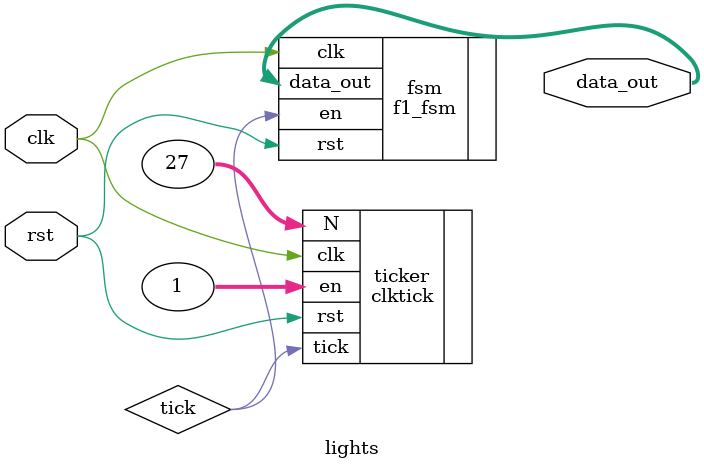
<source format=sv>
module lights #(
    parameter WIDTH = 8
)(
    input logic                 clk,
    input logic                 rst,
    output logic [WIDTH-1:0]    data_out
);

logic                           tick;

clktick ticker(
    .clk(clk),
    .rst(rst),
    .en(1),
    .N(27),
    .tick(tick)
);

f1_fsm fsm (
    .rst(rst),
    .clk(clk), 
    .en(tick),
    .data_out(data_out)
);

endmodule

</source>
